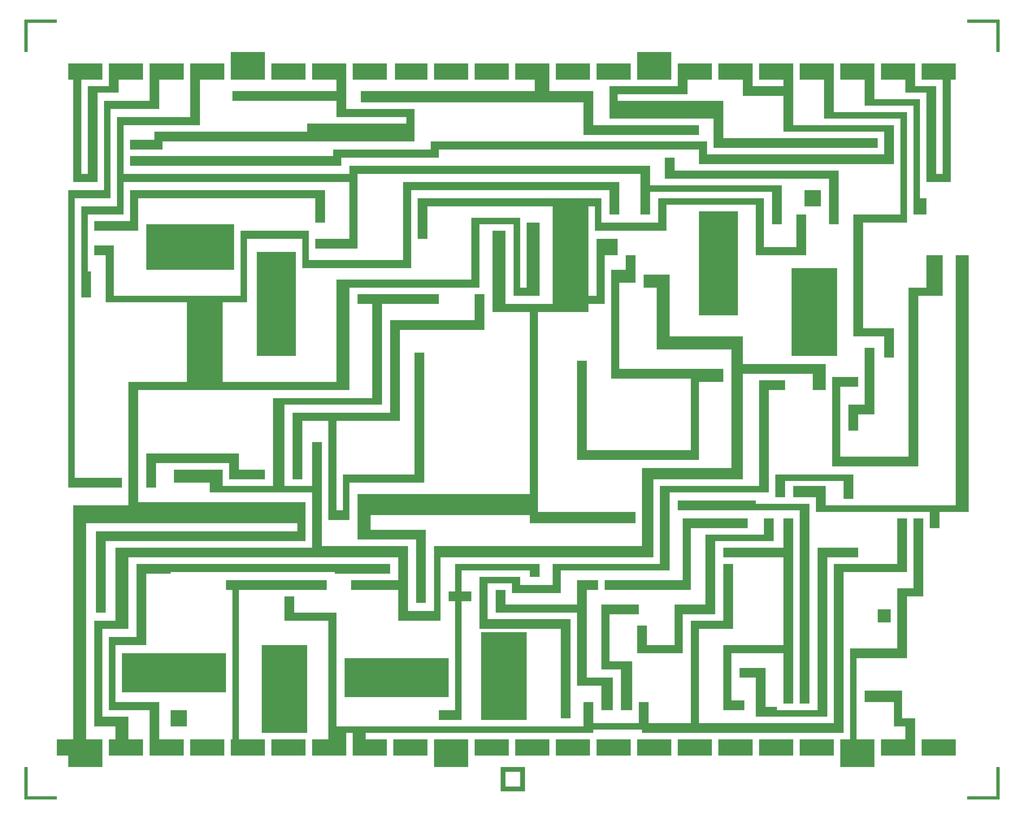
<source format=gbr>
G04 PTK 0.1a*
%TF.FileFunction,Copper,L1,Top,Signal*%
%MOMM*%
%FSLAX53Y53*%
G75*
G01*
%LPD*%
G36*
X27000Y20000D02*
Y27000D01*
X20000D01*
Y37000D01*
X30000D01*
Y181000D01*
X64000D01*
Y257000D01*
X100000D01*
Y306000D01*
X50000D01*
Y335000D01*
X43000D01*
Y341000D01*
X55000D01*
Y310000D01*
X133000D01*
Y350000D01*
X175000D01*
X175000Y332000D01*
X233000D01*
Y380000D01*
X366000D01*
Y360000D01*
X360000D01*
Y375000D01*
X238000D01*
Y327000D01*
X171000D01*
Y345000D01*
X137000D01*
Y306000D01*
X122000D01*
Y257000D01*
X192000D01*
Y320000D01*
X275000D01*
Y358000D01*
X305000Y358000D01*
Y315000D01*
X309000D01*
Y355000D01*
X317000D01*
Y310000D01*
X301000D01*
Y354000D01*
X280000D01*
Y315000D01*
X200000D01*
Y252000D01*
X70000D01*
Y183000D01*
X173000D01*
Y159000D01*
X50000D01*
Y115000D01*
X44000D01*
Y165000D01*
X168000D01*
Y170000D01*
X38000D01*
Y37000D01*
X48000D01*
Y20000D01*
X27000D01*
G37*
G36*
X52000Y27000D02*
Y37000D01*
X56000D01*
Y45000D01*
X43000D01*
Y110000D01*
X56000D01*
Y155000D01*
X177000D01*
Y189000D01*
X114000D01*
Y195000D01*
X92000D01*
Y203000D01*
X122000D01*
Y193000D01*
X153000D01*
Y247000D01*
X214000D01*
Y305000D01*
X205000D01*
X205000Y311000D01*
X255000D01*
Y305000D01*
X220000D01*
Y243000D01*
X160000D01*
Y193000D01*
X177000D01*
Y220000D01*
X183000D01*
Y156000D01*
X236000D01*
Y116000D01*
X252000D01*
Y156000D01*
X380000D01*
Y204000D01*
X435000D01*
Y277000D01*
X389000D01*
Y315000D01*
X381000D01*
Y323000D01*
X397000D01*
X397000Y285000D01*
X442000D01*
Y268000D01*
X493000D01*
Y252000D01*
X485000D01*
Y262000D01*
X442000D01*
Y197000D01*
X387000D01*
Y149000D01*
X256000D01*
Y110000D01*
X230000D01*
Y129000D01*
X201000D01*
Y135000D01*
X230000D01*
Y149000D01*
X64000D01*
Y105000D01*
X48000D01*
Y51000D01*
X64000D01*
X64000Y37000D01*
X73000D01*
Y27000D01*
X52000D01*
G37*
G36*
X77000Y27000D02*
Y55000D01*
X52000D01*
Y100000D01*
X69000D01*
Y145000D01*
X225000D01*
Y139000D01*
X191000D01*
Y140000D01*
X90000D01*
Y139000D01*
X75000D01*
Y95000D01*
X56000D01*
Y60000D01*
X83000D01*
Y37000D01*
X98000D01*
Y27000D01*
X77000Y27000D01*
G37*
G36*
X102000Y27000D02*
Y37000D01*
X123000D01*
Y27000D01*
X102000D01*
G37*
G36*
X60000Y66000D02*
Y90000D01*
X124000D01*
Y66000D01*
X60000D01*
G37*
G36*
X146000Y41000D02*
Y95000D01*
X174000D01*
Y41000D01*
X146000D01*
G37*
G36*
X127000Y27000D02*
Y37000D01*
X128000D01*
Y129000D01*
X124000D01*
Y135000D01*
X186000D01*
Y129000D01*
X132000Y129000D01*
Y37000D01*
X148000D01*
Y27000D01*
X127000D01*
G37*
G36*
X152000Y27000D02*
Y37000D01*
X173000D01*
Y27000D01*
X152000D01*
G37*
G36*
X177000Y27000D02*
Y37000D01*
X187000D01*
Y110000D01*
X160000D01*
Y125000D01*
X166000D01*
Y115000D01*
X192000D01*
Y45000D01*
X344000D01*
Y60000D01*
X350000D01*
Y47000D01*
X378000Y47000D01*
Y60000D01*
X384000D01*
Y47000D01*
X410000D01*
Y110000D01*
X430000D01*
Y145000D01*
X436000D01*
Y105000D01*
X415000D01*
Y47000D01*
X498000D01*
Y145000D01*
X537000D01*
Y173000D01*
X543000D01*
Y140000D01*
X504000D01*
Y41000D01*
X380000D01*
Y43000D01*
X350000D01*
Y41000D01*
X210000Y41000D01*
Y37000D01*
X223000D01*
Y27000D01*
X202000D01*
Y41000D01*
X198000D01*
Y27000D01*
X177000D01*
G37*
G36*
X227000Y27000D02*
Y37000D01*
X248000D01*
Y27000D01*
X227000D01*
G37*
G36*
X252000Y20000D02*
Y37000D01*
X273000D01*
Y20000D01*
X252000D01*
G37*
G36*
X197000Y63000D02*
Y87000D01*
X261000D01*
Y63000D01*
X197000D01*
G37*
G36*
X281000Y49000D02*
Y103000D01*
X309000D01*
Y49000D01*
X281000D01*
G37*
G36*
X280000Y107000D02*
Y137000D01*
X305000D01*
Y132000D01*
X325000D01*
Y145000D01*
X391000D01*
Y193000D01*
X452000D01*
X452000Y258000D01*
X468000D01*
Y252000D01*
X458000D01*
Y189000D01*
X397000D01*
Y141000D01*
X330000D01*
Y127000D01*
X300000D01*
Y133000D01*
X285000D01*
Y111000D01*
X336000D01*
Y50000D01*
X330000D01*
Y105000D01*
X280000D01*
G37*
G36*
X277000Y27000D02*
Y37000D01*
X298000D01*
Y27000D01*
X277000D01*
G37*
G36*
X302000Y27000D02*
Y37000D01*
X323000D01*
Y27000D01*
X302000D01*
G37*
G36*
X327000Y27000D02*
Y37000D01*
X348000D01*
Y27000D01*
X327000D01*
G37*
G36*
X352000Y27000D02*
Y37000D01*
X373000D01*
Y27000D01*
X352000D01*
G37*
G36*
X290000Y115000D02*
Y129000D01*
X296000D01*
Y120000D01*
X340000D01*
Y135000D01*
X353000D01*
Y129000D01*
X346000D01*
Y75000D01*
X362000D01*
Y55000D01*
X355000D01*
Y70000D01*
X340000D01*
Y115000D01*
X290000D01*
G37*
G36*
X377000Y27000D02*
Y37000D01*
X398000D01*
Y27000D01*
X377000D01*
G37*
G36*
X402000Y27000D02*
Y37000D01*
X423000D01*
Y27000D01*
X402000D01*
G37*
G36*
X430000Y55000D02*
Y95000D01*
X467000D01*
Y149000D01*
X430000D01*
Y155000D01*
X467000D01*
Y173000D01*
X473000D01*
Y59000D01*
X467000D01*
Y90000D01*
X435000D01*
Y61000D01*
X443000D01*
Y55000D01*
X430000D01*
G37*
G36*
X450000Y51000D02*
Y75000D01*
X440000D01*
Y81000D01*
X456000D01*
Y57000D01*
X463000D01*
Y55000D01*
X488000D01*
Y155000D01*
X513000D01*
Y149000D01*
X494000D01*
Y51000D01*
X450000D01*
G37*
G36*
X377000Y90000D02*
Y107000D01*
X383000D01*
Y95000D01*
X400000D01*
Y120000D01*
X419000D01*
Y163000D01*
X455000D01*
Y173000D01*
X461000D01*
Y159000D01*
X425000D01*
Y114000D01*
X405000D01*
Y90000D01*
X377000D01*
G37*
G36*
X427000Y27000D02*
Y37000D01*
X448000D01*
Y27000D01*
X427000D01*
G37*
G36*
X452000Y27000D02*
Y37000D01*
X473000D01*
Y27000D01*
X452000D01*
G37*
G36*
X477000Y27000D02*
Y37000D01*
X498000D01*
Y27000D01*
X477000D01*
G37*
G36*
X477000Y59000D02*
Y178000D01*
X402000D01*
Y184000D01*
X450000D01*
Y182000D01*
X483000D01*
Y59000D01*
X477000D01*
G37*
G36*
X525000Y109000D02*
Y117000D01*
X533000D01*
Y109000D01*
X525000D01*
G37*
G36*
X527000Y27000D02*
Y37000D01*
X542000D01*
Y45000D01*
X535000D01*
Y60000D01*
X517000D01*
Y67000D01*
X540000D01*
Y50000D01*
X548000D01*
Y27000D01*
X527000D01*
G37*
G36*
X552000Y27000D02*
Y37000D01*
X573000D01*
Y27000D01*
X552000D01*
G37*
G36*
X502000Y20000D02*
Y37000D01*
X508000D01*
Y93000D01*
X537000D01*
Y130000D01*
X547000D01*
Y173000D01*
X553000D01*
Y125000D01*
X543000D01*
Y87000D01*
X512000D01*
Y37000D01*
X523000D01*
Y20000D01*
X502000D01*
G37*
G36*
X487000Y177000D02*
Y186000D01*
X473000D01*
Y193000D01*
X493000D01*
Y181000D01*
X573000D01*
Y335000D01*
X581000D01*
Y177000D01*
X563000D01*
Y167000D01*
X557000D01*
Y177000D01*
X487000D01*
G37*
G36*
X510000Y200000D02*
Y185000D01*
X504000D01*
Y196000D01*
X468000D01*
Y186000D01*
X462000D01*
Y200000D01*
X510000D01*
G37*
G36*
X81000Y207000D02*
Y192000D01*
X75000D01*
Y213000D01*
X132000D01*
Y203000D01*
X148000D01*
Y197000D01*
X126000D01*
Y207000D01*
X81000D01*
G37*
G36*
X171000Y233000D02*
Y197000D01*
X165000D01*
Y238000D01*
X225000D01*
Y295000D01*
X277000D01*
Y311000D01*
X283000D01*
Y289000D01*
X231000D01*
Y233000D01*
X192000D01*
Y178000D01*
X196000D01*
Y200000D01*
X240000D01*
Y275000D01*
X246000D01*
Y195000D01*
X200000D01*
Y172000D01*
X187000D01*
Y233000D01*
X171000Y233000D01*
G37*
G36*
X340000Y209000D02*
Y270000D01*
X346000D01*
Y215000D01*
X410000D01*
Y259000D01*
X361000D01*
Y326000D01*
X370000D01*
X370000Y335000D01*
X376000D01*
Y318000D01*
X366000D01*
Y265000D01*
X430000D01*
Y257000D01*
X415000D01*
Y209000D01*
X340000D01*
G37*
G36*
X497000Y205000D02*
Y260000D01*
X513000D01*
Y254000D01*
X502000Y254000D01*
Y211000D01*
X544000D01*
Y315000D01*
X555000D01*
Y335000D01*
X565000D01*
Y310000D01*
X550000D01*
Y205000D01*
X497000D01*
G37*
G36*
X513000Y237000D02*
Y227000D01*
X507000D01*
Y243000D01*
X517000D01*
Y278000D01*
X523000D01*
Y237000D01*
X513000D01*
G37*
G36*
X472000Y273000D02*
Y327000D01*
X500000D01*
Y273000D01*
X472000D01*
G37*
G36*
X415000Y298000D02*
Y362000D01*
X439000D01*
Y298000D01*
X415000D01*
G37*
G36*
X347000Y305000D02*
Y300000D01*
X316000D01*
Y177000D01*
X376000D01*
Y170000D01*
X311000D01*
Y175000D01*
X213000D01*
Y166000D01*
X247000D01*
Y121000D01*
X241000D01*
Y160000D01*
X205000D01*
Y188000D01*
X311000D01*
Y300000D01*
X288000D01*
Y350000D01*
X296000D01*
Y305000D01*
X325000Y305000D01*
Y365000D01*
X248000D01*
Y345000D01*
X242000D01*
Y370000D01*
X355000D01*
Y355000D01*
X390000D01*
Y370000D01*
X455000D01*
Y340000D01*
X475000D01*
Y360000D01*
X481000D01*
Y335000D01*
X450000D01*
Y366000D01*
X395000D01*
Y350000D01*
X351000D01*
Y365000D01*
X347000D01*
Y310000D01*
X352000Y310000D01*
Y345000D01*
X365000D01*
Y335000D01*
X357000D01*
Y305000D01*
X347000D01*
G37*
G36*
X143000Y273000D02*
Y337000D01*
X167000D01*
Y273000D01*
X143000D01*
G37*
G36*
X75000Y326000D02*
Y354000D01*
X129000D01*
Y326000D01*
X75000D01*
G37*
G36*
X48000Y453000D02*
Y443000D01*
X35000D01*
Y385000D01*
X39000D01*
Y439000D01*
X52000D01*
X52000Y453000D01*
X73000D01*
Y443000D01*
X58000D01*
Y435000D01*
X45000D01*
Y380000D01*
X30000D01*
Y443000D01*
X27000D01*
Y453000D01*
X48000D01*
G37*
G36*
X98000Y453000D02*
Y443000D01*
X83000D01*
Y425000D01*
X53000D01*
Y370000D01*
X31000D01*
Y198000D01*
X60000D01*
Y192000D01*
X27000D01*
Y375000D01*
X49000Y375000D01*
Y430000D01*
X77000D01*
Y453000D01*
X98000D01*
G37*
G36*
X123000Y453000D02*
Y443000D01*
X108000D01*
Y415000D01*
X61000D01*
Y385000D01*
X200000D01*
Y390000D01*
X385000D01*
Y378000D01*
X466000D01*
Y354000D01*
X460000D01*
Y374000D01*
X385000D01*
Y360000D01*
X379000D01*
Y385000D01*
X205000D01*
Y339000D01*
X179000D01*
Y345000D01*
X200000D01*
Y380000D01*
X61000D01*
Y360000D01*
X39000D01*
Y325000D01*
X41000D01*
Y309000D01*
X35000D01*
Y365000D01*
X57000D01*
Y420000D01*
X102000D01*
Y453000D01*
X123000D01*
G37*
G36*
X148000Y460000D02*
Y443000D01*
X127000D01*
Y460000D01*
X148000D01*
G37*
G36*
X480000Y365000D02*
Y375000D01*
X490000D01*
Y365000D01*
X480000D01*
G37*
G36*
X173000Y453000D02*
Y443000D01*
X152000D01*
Y453000D01*
X173000D01*
G37*
G36*
X198000Y453000D02*
Y425000D01*
X240000D01*
Y405000D01*
X85000D01*
Y400000D01*
X65000D01*
Y406000D01*
X80000D01*
Y411000D01*
X174000D01*
Y416000D01*
X235000D01*
Y420000D01*
X192000Y420000D01*
Y430000D01*
X128000D01*
Y436000D01*
X192000D01*
Y443000D01*
X177000D01*
Y453000D01*
X198000D01*
G37*
G36*
X43000Y350000D02*
Y356000D01*
X65000D01*
Y375000D01*
X185000D01*
Y355000D01*
X179000D01*
Y370000D01*
X70000D01*
Y350000D01*
X43000D01*
G37*
G36*
X223000Y453000D02*
Y443000D01*
X202000D01*
Y453000D01*
X223000D01*
G37*
G36*
X248000Y453000D02*
Y443000D01*
X228000D01*
Y453000D01*
X248000D01*
G37*
G36*
X273000Y453000D02*
Y443000D01*
X252000D01*
Y453000D01*
X273000D01*
G37*
G36*
X298000Y453000D02*
Y443000D01*
X277000D01*
Y453000D01*
X298000D01*
G37*
G36*
X348000Y453000D02*
Y443000D01*
X327000D01*
Y453000D01*
X348000D01*
G37*
G36*
X373000Y453000D02*
Y443000D01*
X352000D01*
X352000Y453000D01*
X373000D01*
G37*
G36*
X398000Y460000D02*
Y443000D01*
X377000D01*
Y460000D01*
X398000D01*
G37*
G36*
X448000Y453000D02*
Y439000D01*
X467000D01*
Y443000D01*
X452000D01*
Y453000D01*
X473000D01*
Y415000D01*
X535000D01*
Y391000D01*
X415000D01*
Y400000D01*
X255000D01*
Y395000D01*
X195000D01*
Y390000D01*
X65000D01*
Y396000D01*
X190000D01*
Y400000D01*
X250000D01*
Y405000D01*
X420000D01*
Y397000D01*
X529000D01*
Y411000D01*
X467000D01*
Y433000D01*
X442000D01*
Y443000D01*
X427000D01*
Y453000D01*
X448000D01*
G37*
G36*
X501000Y387000D02*
Y354000D01*
X495000D01*
Y382000D01*
X394000D01*
Y395000D01*
X400000D01*
Y387000D01*
X501000D01*
G37*
G36*
X498000Y453000D02*
Y423000D01*
X543000D01*
Y355000D01*
X516000D01*
Y290000D01*
X535000D01*
Y272000D01*
X529000D01*
Y285000D01*
X510000D01*
Y360000D01*
X539000D01*
Y419000D01*
X492000D01*
Y443000D01*
X477000D01*
Y453000D01*
X498000D01*
G37*
G36*
X523000Y453000D02*
Y431000D01*
X551000D01*
Y370000D01*
X555000Y370000D01*
Y360000D01*
X547000D01*
Y427000D01*
X517000D01*
Y443000D01*
X502000D01*
Y453000D01*
X523000D01*
G37*
G36*
X548000Y453000D02*
Y439000D01*
X561000D01*
Y385000D01*
X565000D01*
Y443000D01*
X552000D01*
Y453000D01*
X573000D01*
Y443000D01*
X570000D01*
Y380000D01*
X555000D01*
Y435000D01*
X542000D01*
Y443000D01*
X527000D01*
Y453000D01*
X548000D01*
G37*
G36*
X90000Y45000D02*
Y55000D01*
X100000D01*
Y45000D01*
X90000D01*
G37*
G36*
X367000Y55000D02*
Y80000D01*
X355000D01*
Y120000D01*
X378000D01*
Y114000D01*
X360000D01*
Y85000D01*
X374000Y85000D01*
Y55000D01*
X367000D01*
G37*
G36*
X323000Y453000D02*
Y436000D01*
X350000D01*
Y415000D01*
X415000D01*
Y409000D01*
X344000D01*
Y429000D01*
X207000D01*
Y436000D01*
X314000D01*
Y443000D01*
X302000D01*
Y453000D01*
X323000D01*
G37*
G36*
X423000Y453000D02*
Y443000D01*
X408000D01*
Y434000D01*
X365000D01*
Y430000D01*
X430000D01*
Y407000D01*
X525000D01*
Y401000D01*
X424000D01*
Y419000D01*
X360000D01*
Y439000D01*
X402000D01*
Y453000D01*
X423000D01*
G37*
G36*
X265000Y128000D02*
Y145000D01*
X317000D01*
Y137000D01*
X311000D01*
Y141000D01*
X269000D01*
Y128000D01*
X275000D01*
Y122000D01*
X269000D01*
Y49000D01*
X255000D01*
Y55000D01*
X265000D01*
Y122000D01*
X261000D01*
Y128000D01*
X265000D01*
G37*
G36*
X357000Y129000D02*
Y135000D01*
X405000D01*
Y173000D01*
X445000D01*
Y167000D01*
X410000D01*
Y129000D01*
X357000D01*
G37*
G36*
X0000Y0000D02*
Y20000D01*
X2000D01*
Y2000D01*
X20000D01*
Y0000D01*
X0000D01*
G37*
G36*
X0000Y460000D02*
Y480000D01*
X20000D01*
Y478000D01*
X2000D01*
Y460000D01*
X0000D01*
G37*
G36*
X598000Y460000D02*
Y478000D01*
X580000D01*
Y480000D01*
X600000D01*
Y460000D01*
X598000D01*
G37*
G36*
X580000Y0000D02*
Y2000D01*
X598000D01*
Y20000D01*
X600000D01*
Y0000D01*
X580000D01*
G37*
G36*
X293000Y12000D02*
Y20000D01*
X308000D01*
Y12000D01*
X305000D01*
Y17000D01*
X296000D01*
Y12000D01*
X293000D01*
G37*
G36*
X293000Y5000D02*
Y12000D01*
X296000D01*
Y8000D01*
X305000D01*
Y12000D01*
X308000D01*
Y5000D01*
X293000D01*
G37*
M02*
</source>
